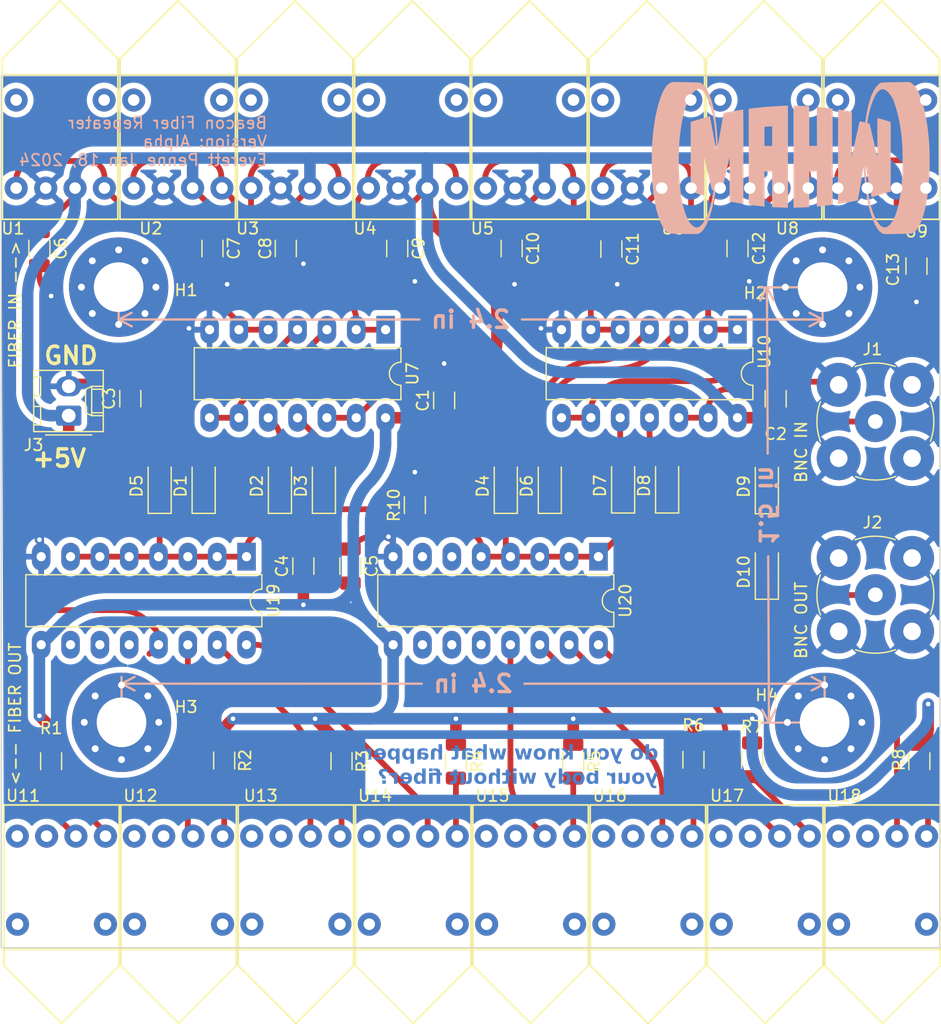
<source format=kicad_pcb>
(kicad_pcb (version 20221018) (generator pcbnew)

  (general
    (thickness 1.6)
  )

  (paper "A4")
  (layers
    (0 "F.Cu" signal)
    (31 "B.Cu" signal)
    (32 "B.Adhes" user "B.Adhesive")
    (33 "F.Adhes" user "F.Adhesive")
    (34 "B.Paste" user)
    (35 "F.Paste" user)
    (36 "B.SilkS" user "B.Silkscreen")
    (37 "F.SilkS" user "F.Silkscreen")
    (38 "B.Mask" user)
    (39 "F.Mask" user)
    (40 "Dwgs.User" user "User.Drawings")
    (41 "Cmts.User" user "User.Comments")
    (42 "Eco1.User" user "User.Eco1")
    (43 "Eco2.User" user "User.Eco2")
    (44 "Edge.Cuts" user)
    (45 "Margin" user)
    (46 "B.CrtYd" user "B.Courtyard")
    (47 "F.CrtYd" user "F.Courtyard")
    (48 "B.Fab" user)
    (49 "F.Fab" user)
    (50 "User.1" user)
    (51 "User.2" user)
    (52 "User.3" user)
    (53 "User.4" user)
    (54 "User.5" user)
    (55 "User.6" user)
    (56 "User.7" user)
    (57 "User.8" user)
    (58 "User.9" user)
  )

  (setup
    (stackup
      (layer "F.SilkS" (type "Top Silk Screen"))
      (layer "F.Paste" (type "Top Solder Paste"))
      (layer "F.Mask" (type "Top Solder Mask") (thickness 0.01))
      (layer "F.Cu" (type "copper") (thickness 0.035))
      (layer "dielectric 1" (type "core") (thickness 1.51) (material "FR4") (epsilon_r 4.5) (loss_tangent 0.02))
      (layer "B.Cu" (type "copper") (thickness 0.035))
      (layer "B.Mask" (type "Bottom Solder Mask") (thickness 0.01))
      (layer "B.Paste" (type "Bottom Solder Paste"))
      (layer "B.SilkS" (type "Bottom Silk Screen"))
      (copper_finish "None")
      (dielectric_constraints no)
    )
    (pad_to_mask_clearance 0)
    (pcbplotparams
      (layerselection 0x00010fc_ffffffff)
      (plot_on_all_layers_selection 0x0000000_00000000)
      (disableapertmacros false)
      (usegerberextensions false)
      (usegerberattributes true)
      (usegerberadvancedattributes true)
      (creategerberjobfile true)
      (dashed_line_dash_ratio 12.000000)
      (dashed_line_gap_ratio 3.000000)
      (svgprecision 4)
      (plotframeref false)
      (viasonmask false)
      (mode 1)
      (useauxorigin false)
      (hpglpennumber 1)
      (hpglpenspeed 20)
      (hpglpendiameter 15.000000)
      (dxfpolygonmode true)
      (dxfimperialunits true)
      (dxfusepcbnewfont true)
      (psnegative false)
      (psa4output false)
      (plotreference true)
      (plotvalue true)
      (plotinvisibletext false)
      (sketchpadsonfab false)
      (subtractmaskfromsilk false)
      (outputformat 1)
      (mirror false)
      (drillshape 1)
      (scaleselection 1)
      (outputdirectory "")
    )
  )

  (net 0 "")
  (net 1 "+5V")
  (net 2 "GND")
  (net 3 "Net-(D1-K)")
  (net 4 "Net-(D2-A)")
  (net 5 "Net-(D3-A)")
  (net 6 "Net-(D4-A)")
  (net 7 "Net-(D5-A)")
  (net 8 "Net-(D6-A)")
  (net 9 "Net-(D7-A)")
  (net 10 "Net-(D8-A)")
  (net 11 "Net-(U11-Anode)")
  (net 12 "Net-(U11-Cathode)")
  (net 13 "Net-(U13-Anode)")
  (net 14 "Net-(U14-Anode)")
  (net 15 "Net-(U15-Anode)")
  (net 16 "Net-(U16-Anode)")
  (net 17 "Net-(U17-Anode)")
  (net 18 "Net-(U18-Anode)")
  (net 19 "Net-(U1-R_L)")
  (net 20 "unconnected-(U1-Pad5)")
  (net 21 "Net-(U2-R_L)")
  (net 22 "unconnected-(U2-Pad5)")
  (net 23 "Net-(U3-R_L)")
  (net 24 "unconnected-(U3-Pad5)")
  (net 25 "Net-(U4-R_L)")
  (net 26 "unconnected-(U4-Pad5)")
  (net 27 "Net-(U5-R_L)")
  (net 28 "unconnected-(U5-Pad5)")
  (net 29 "Net-(U6-R_L)")
  (net 30 "unconnected-(U6-Pad5)")
  (net 31 "Net-(U8-R_L)")
  (net 32 "unconnected-(U8-Pad5)")
  (net 33 "Net-(U9-R_L)")
  (net 34 "unconnected-(U9-Pad5)")
  (net 35 "unconnected-(U11-NC-Pad3)")
  (net 36 "unconnected-(U11-NC-Pad4)")
  (net 37 "unconnected-(U11-Pad5)")
  (net 38 "unconnected-(U12-NC-Pad3)")
  (net 39 "unconnected-(U12-NC-Pad4)")
  (net 40 "unconnected-(U12-Pad5)")
  (net 41 "unconnected-(U13-NC-Pad3)")
  (net 42 "unconnected-(U13-NC-Pad4)")
  (net 43 "unconnected-(U13-Pad5)")
  (net 44 "unconnected-(U14-NC-Pad3)")
  (net 45 "unconnected-(U14-NC-Pad4)")
  (net 46 "unconnected-(U14-Pad5)")
  (net 47 "unconnected-(U15-NC-Pad3)")
  (net 48 "unconnected-(U15-NC-Pad4)")
  (net 49 "unconnected-(U15-Pad5)")
  (net 50 "unconnected-(U16-NC-Pad3)")
  (net 51 "unconnected-(U16-NC-Pad4)")
  (net 52 "unconnected-(U16-Pad5)")
  (net 53 "unconnected-(U17-NC-Pad3)")
  (net 54 "unconnected-(U17-NC-Pad4)")
  (net 55 "unconnected-(U17-Pad5)")
  (net 56 "unconnected-(U18-NC-Pad3)")
  (net 57 "unconnected-(U18-NC-Pad4)")
  (net 58 "unconnected-(U18-Pad5)")
  (net 59 "Net-(D9-A)")
  (net 60 "Net-(U12-Cathode)")
  (net 61 "Net-(U13-Cathode)")
  (net 62 "Net-(U14-Cathode)")
  (net 63 "Net-(U15-Cathode)")
  (net 64 "Net-(U16-Cathode)")
  (net 65 "Net-(U17-Cathode)")
  (net 66 "Net-(U18-Cathode)")
  (net 67 "unconnected-(U20-I6-Pad6)")
  (net 68 "unconnected-(U20-O5-Pad12)")
  (net 69 "unconnected-(U20-O6-Pad11)")
  (net 70 "Net-(D1-A)")
  (net 71 "unconnected-(U20-I7-Pad7)")
  (net 72 "unconnected-(U20-O7-Pad10)")
  (net 73 "unconnected-(U19-O7-Pad10)")
  (net 74 "unconnected-(U19-O6-Pad11)")
  (net 75 "unconnected-(U19-O5-Pad12)")
  (net 76 "Net-(D10-K)")
  (net 77 "Net-(U12-Anode)")

  (footprint "Resistor_SMD:R_1206_3216Metric" (layer "F.Cu") (at 58.42 84.194 -90))

  (footprint "wham-bs-footprints:Versalink Transciever-Oscar-2022" (layer "F.Cu") (at 95.112 87.978 180))

  (footprint "wham-bs-footprints:Versalink Transciever-Oscar-2022" (layer "F.Cu") (at 74.696 37.3025))

  (footprint "Capacitor_SMD:C_1206_3216Metric" (layer "F.Cu") (at 96.012 52.832 90))

  (footprint "wham-bs-footprints:Versalink Transciever-Oscar-2022" (layer "F.Cu") (at 84.856 37.3025))

  (footprint "Resistor_SMD:R_1206_3216Metric" (layer "F.Cu") (at 93.98 84.071 -90))

  (footprint "MountingHole:MountingHole_4.3mm_M4_Pad_Via" (layer "F.Cu") (at 100.253 80.836081))

  (footprint "wham-bs-footprints:Versalink Transciever-Oscar-2022" (layer "F.Cu") (at 64.556 37.3025))

  (footprint "wham-bs-footprints:Versalink Transciever-Oscar-2022" (layer "F.Cu") (at 105.272 87.978 180))

  (footprint "Connector_Coaxial:BNC_TEConnectivity_1478204_Vertical" (layer "F.Cu") (at 104.648 69.788))

  (footprint "wham-bs-footprints:Versalink Transciever-Oscar-2022" (layer "F.Cu") (at 74.792 87.978 180))

  (footprint "Capacitor_SMD:C_1206_3216Metric" (layer "F.Cu") (at 40.132 52.819 90))

  (footprint "Diode_SMD:D_SOD-123" (layer "F.Cu") (at 76.454 60.39 90))

  (footprint "Capacitor_SMD:C_1206_3216Metric" (layer "F.Cu") (at 32.258 39.829 -90))

  (footprint "wham-bs-footprints:Versalink Transciever-Oscar-2022" (layer "F.Cu") (at 44.236 37.3025))

  (footprint "Package_DIP:DIP-14_W7.62mm_LongPads" (layer "F.Cu") (at 92.71 46.851 -90))

  (footprint "wham-bs-footprints:Versalink Transciever-Oscar-2022" (layer "F.Cu") (at 105.196 37.3025))

  (footprint "Diode_SMD:D_SOD-123" (layer "F.Cu") (at 95.25 67.818 90))

  (footprint "Capacitor_SMD:C_1206_3216Metric" (layer "F.Cu") (at 55.118 67.31 90))

  (footprint "Resistor_SMD:R_1206_3216Metric" (layer "F.Cu") (at 64.77 62.0375 90))

  (footprint "MountingHole:MountingHole_4.3mm_M4_Pad_Via" (layer "F.Cu") (at 39.37 80.8305))

  (footprint "Capacitor_SMD:C_1206_3216Metric" (layer "F.Cu") (at 53.594 39.829 -90))

  (footprint "Resistor_SMD:R_1206_3216Metric" (layer "F.Cu") (at 88.893 84.071 -90))

  (footprint "Resistor_SMD:R_1206_3216Metric" (layer "F.Cu") (at 48.26 84.1355 -90))

  (footprint "wham-bs-footprints:Versalink Transciever-Oscar-2022" (layer "F.Cu") (at 34.172 87.978 180))

  (footprint "Capacitor_SMD:C_1206_3216Metric" (layer "F.Cu") (at 81.788 39.878 -90))

  (footprint "Resistor_SMD:R_1206_3216Metric" (layer "F.Cu") (at 108.458 84.194 -90))

  (footprint "MountingHole:MountingHole_4.3mm_M4_Pad_Via" (layer "F.Cu") (at 39.121581 43.174419))

  (footprint "Diode_SMD:D_SOD-123" (layer "F.Cu") (at 82.804 60.358 90))

  (footprint "Diode_SMD:D_SOD-123" (layer "F.Cu") (at 95.25 60.422 90))

  (footprint "Capacitor_SMD:C_1206_3216Metric" (layer "F.Cu") (at 63.246 39.829 -90))

  (footprint "MountingHole:MountingHole_4.3mm_M4_Pad_Via" (layer "F.Cu") (at 100.076 43.174419))

  (footprint "wham-bs-footprints:Versalink Transciever-Oscar-2022" (layer "F.Cu") (at 54.472 87.978 180))

  (footprint "Package_DIP:DIP-14_W7.62mm_LongPads" (layer "F.Cu") (at 62.235 46.856 -90))

  (footprint "Diode_SMD:D_SOD-123" (layer "F.Cu") (at 46.482 60.39 90))

  (footprint "Capacitor_SMD:C_1206_3216Metric" (layer "F.Cu") (at 59.182 67.31 -90))

  (footprint "Resistor_SMD:R_1206_3216Metric" (layer "F.Cu") (at 33.274 84.194 -90))

  (footprint "wham-bs-footprints:Versalink Transciever-Oscar-2022" (layer "F.Cu") (at 44.312 87.978 180))

  (footprint "wham-bs-footprints:Versalink Transciever-Oscar-2022" (layer "F.Cu") (at 84.952 87.978 180))

  (footprint "Capacitor_SMD:C_1206_3216Metric" (layer "F.Cu") (at 67.31 52.975 90))

  (footprint "Connector_Coaxial:BNC_TEConnectivity_1478204_Vertical" (layer "F.Cu") (at 104.648 54.802))

  (footprint "Package_DIP:DIP-16_W7.62mm_LongPads" (layer "F.Cu") (at 50.19425 66.496 -90))

  (footprint "wham-bs-footprints:Versalink Transciever-Oscar-2022" (layer "F.Cu") (at 54.396 37.3025))

  (footprint "wham-bs-footprints:Versalink Transciever-Oscar-2022" (layer "F.Cu") (at 64.632 87.978 180))

  (footprint "Capacitor_SMD:C_1206_3216Metric" (layer "F.Cu") (at 73.152 39.829 -90))

  (footprint "Capacitor_SMD:C_1206_3216Metric" (layer "F.Cu") (at 108.204 41.353 -90))

  (footprint "Capacitor_SMD:C_1206_3216Metric" (layer "F.Cu") (at 47.244 39.829 -90))

  (footprint "Diode_SMD:D_SOD-123" (layer "F.Cu") (at 56.896 60.39 90))

  (footprint "Diode_SMD:D_SOD-123" (layer "F.Cu") (at 42.672 60.39 90))

  (footprint "Diode_SMD:D_SOD-123" (layer "F.Cu") (at 72.644 60.39 90))

  (footprint "Capacitor_SMD:C_1206_3216Metric" (layer "F.Cu") (at 92.71 39.829 -90))

  (footprint "Package_DIP:DIP-16_W7.62mm_LongPads" (layer "F.Cu") (at 80.66925 66.496 -90))

  (footprint "Diode_SMD:D_SOD-123" (layer "F.Cu") (at 86.614 60.358 90))

  (footprint "Diode_SMD:D_SOD-123" (layer "F.Cu")
    (tstamp ed1da9fb-8bbf-49e1-a6a0-3d126d5f630e)
    (at 53.086 60.39 90)
    (descr "SOD-123")
    (tags "SOD-123")
    (property "Sheetfile" "beacon-breakout.kicad_sch")
    (property "Sheetname" "")
    (property "Sim.Device" "D")
    (property "Sim.Pins" "1=K 2=A")
    (property "ki_description" "50V, 1A, General Purpose Rectifier Diode, SMA(DO-214AC)")
    (property "ki_keywords" "Ultra Fast")
    (path "/7f2b5572-d2bc-4e2f-a0aa-0bacbcee751b")
    (attr smd)
    (fp_text reference "D2" (at 0 -2 90) (layer "F.SilkS")
        (effects (font (size 1 1) (thic
... [1101706 chars truncated]
</source>
